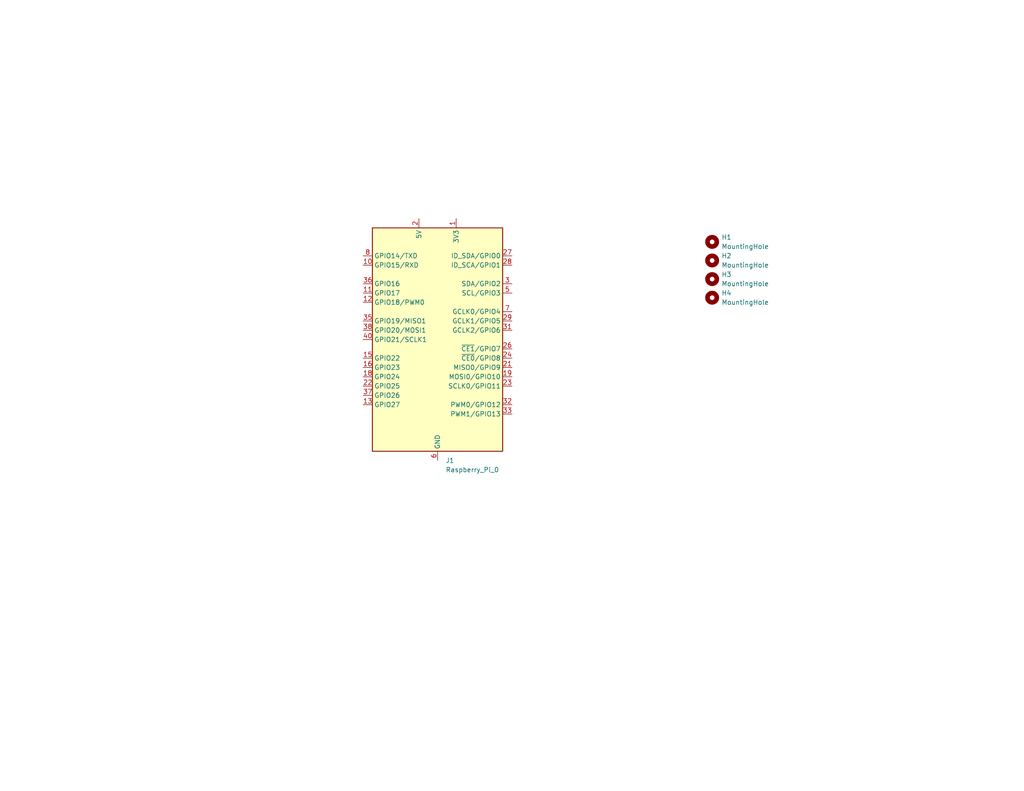
<source format=kicad_sch>
(kicad_sch (version 20231120) (generator "eeschema") (generator_version "8.0")
  (paper "USLetter")
  (title_block (title "Chessboard Hardware 2") (rev "1"))
  (lib_symbols
    (symbol "Mechanical:MountingHole" (pin_names (offset 1.016)) (exclude_from_sim yes) (in_bom no)
      (property "Reference" "H" (at 0 5.08 0))
      (property "Value" "MountingHole" (at 0 3.175 0))
      (symbol "MountingHole_0_1"
        (circle (center 0 0) (radius 1.27) (stroke (width 1.27)))
      )
    )
    (symbol "Project Library:Raspberry_Pi_0"
      (property "Reference" "J" (at -17.78 31.75 0))
      (property "Value" "Raspberry_Pi_0" (at 10.16 -31.75 0))
      (symbol "Raspberry_Pi_0_0_1"
        (rectangle (start -17.78 30.48) (end 17.78 -30.48) (stroke (width 0.254)) (fill (type background)))
      )
      (symbol "Raspberry_Pi_0_1_1"
        (pin power_in line (at 5.08 33.02 270) (length 2.54) (name "3V3") (number "1"))
        (pin bidirectional line (at -20.32 20.32 0) (length 2.54) (name "GPIO15/RXD") (number "10"))
        (pin bidirectional line (at -20.32 12.7 0) (length 2.54) (name "GPIO17") (number "11"))
        (pin bidirectional line (at -20.32 10.16 0) (length 2.54) (name "GPIO18/PWM0") (number "12"))
        (pin bidirectional line (at -20.32 -17.78 0) (length 2.54) (name "GPIO27") (number "13"))
        (pin power_in line (at -7.62 -33.02 90) (length 2.54) hide (name "GND") (number "14"))
        (pin bidirectional line (at -20.32 -5.08 0) (length 2.54) (name "GPIO22") (number "15"))
        (pin bidirectional line (at -20.32 -7.62 0) (length 2.54) (name "GPIO23") (number "16"))
        (pin power_in line (at 7.62 33.02 270) (length 2.54) hide (name "3V3") (number "17"))
        (pin bidirectional line (at -20.32 -10.16 0) (length 2.54) (name "GPIO24") (number "18"))
        (pin bidirectional line (at 20.32 -10.16 180) (length 2.54) (name "MOSI0/GPIO10") (number "19"))
        (pin power_in line (at -5.08 33.02 270) (length 2.54) (name "5V") (number "2"))
        (pin power_in line (at -5.08 -33.02 90) (length 2.54) hide (name "GND") (number "20"))
        (pin bidirectional line (at 20.32 -7.62 180) (length 2.54) (name "MISO0/GPIO9") (number "21"))
        (pin bidirectional line (at -20.32 -12.7 0) (length 2.54) (name "GPIO25") (number "22"))
        (pin bidirectional line (at 20.32 -12.7 180) (length 2.54) (name "SCLK0/GPIO11") (number "23"))
        (pin bidirectional line (at 20.32 -5.08 180) (length 2.54) (name "~{CE0}/GPIO8") (number "24"))
        (pin power_in line (at -2.54 -33.02 90) (length 2.54) hide (name "GND") (number "25"))
        (pin bidirectional line (at 20.32 -2.54 180) (length 2.54) (name "~{CE1}/GPIO7") (number "26"))
        (pin bidirectional line (at 20.32 22.86 180) (length 2.54) (name "ID_SDA/GPIO0") (number "27"))
        (pin bidirectional line (at 20.32 20.32 180) (length 2.54) (name "ID_SCA/GPIO1") (number "28"))
        (pin bidirectional line (at 20.32 5.08 180) (length 2.54) (name "GCLK1/GPIO5") (number "29"))
        (pin bidirectional line (at 20.32 15.24 180) (length 2.54) (name "SDA/GPIO2") (number "3"))
        (pin power_in line (at 2.54 -33.02 90) (length 2.54) hide (name "GND") (number "30"))
        (pin bidirectional line (at 20.32 2.54 180) (length 2.54) (name "GCLK2/GPIO6") (number "31"))
        (pin bidirectional line (at 20.32 -17.78 180) (length 2.54) (name "PWM0/GPIO12") (number "32"))
        (pin bidirectional line (at 20.32 -20.32 180) (length 2.54) (name "PWM1/GPIO13") (number "33"))
        (pin power_in line (at 5.08 -33.02 90) (length 2.54) hide (name "GND") (number "34"))
        (pin bidirectional line (at -20.32 5.08 0) (length 2.54) (name "GPIO19/MISO1") (number "35"))
        (pin bidirectional line (at -20.32 15.24 0) (length 2.54) (name "GPIO16") (number "36"))
        (pin bidirectional line (at -20.32 -15.24 0) (length 2.54) (name "GPIO26") (number "37"))
        (pin bidirectional line (at -20.32 2.54 0) (length 2.54) (name "GPIO20/MOSI1") (number "38"))
        (pin power_in line (at 7.62 -33.02 90) (length 2.54) hide (name "GND") (number "39"))
        (pin power_in line (at -7.62 33.02 270) (length 2.54) hide (name "5V") (number "4"))
        (pin bidirectional line (at -20.32 0 0) (length 2.54) (name "GPIO21/SCLK1") (number "40"))
        (pin bidirectional line (at 20.32 12.7 180) (length 2.54) (name "SCL/GPIO3") (number "5"))
        (pin power_in line (at 0 -33.02 90) (length 2.54) (name "GND") (number "6"))
        (pin bidirectional line (at 20.32 7.62 180) (length 2.54) (name "GCLK0/GPIO4") (number "7"))
        (pin bidirectional line (at -20.32 22.86 0) (length 2.54) (name "GPIO14/TXD") (number "8"))
        (pin power_in line (at -10.16 -33.02 90) (length 2.54) hide (name "GND") (number "9"))
      )
    )
  )
  (symbol (lib_id "Mechanical:MountingHole") (at 194.31 66.04 0) (unit 1) (exclude_from_sim yes) (in_bom no)
    (property "Reference" "H1" (at 196.85 64.7699 0) (effects (justify left)))
    (property "Value" "MountingHole" (at 196.85 67.3099 0) (effects (justify left)))
    (property "Footprint" "MountingHole:MountingHole_2.7mm_M2.5" (effects (hide yes)))
    (property "Description" "Mounting Hole without connection" (effects (hide yes)))
  )
  (symbol (lib_id "Mechanical:MountingHole") (at 194.31 81.28 0) (unit 1) (exclude_from_sim yes) (in_bom no)
    (property "Reference" "H4" (at 196.85 80.0099 0) (effects (justify left)))
    (property "Value" "MountingHole" (at 196.85 82.5499 0) (effects (justify left)))
    (property "Footprint" "MountingHole:MountingHole_2.7mm_M2.5" (effects (hide yes)))
    (property "Description" "Mounting Hole without connection" (effects (hide yes)))
  )
  (symbol (lib_id "Project Library:Raspberry_Pi_0") (at 119.38 92.71 0) (unit 1)
    (property "Reference" "J1" (at 121.5741 125.73 0) (effects (justify left)))
    (property "Value" "Raspberry_Pi_0" (at 121.5741 128.27 0) (effects (justify left)))
    (property "Footprint" "Project Library:Raspberry_Pi_Zero_Socketed_THT_FaceDown_MountingHoles" (effects (hide yes)))
    (property "Description" "Expansion header for Raspberry Pi 0" (effects (hide yes)))
  )
  (symbol (lib_id "Mechanical:MountingHole") (at 194.31 76.2 0) (unit 1) (exclude_from_sim yes) (in_bom no)
    (property "Reference" "H3" (at 196.85 74.9299 0) (effects (justify left)))
    (property "Value" "MountingHole" (at 196.85 77.4699 0) (effects (justify left)))
    (property "Footprint" "MountingHole:MountingHole_2.7mm_M2.5" (effects (hide yes)))
    (property "Description" "Mounting Hole without connection" (effects (hide yes)))
  )
  (symbol (lib_id "Mechanical:MountingHole") (at 194.31 71.12 0) (unit 1) (exclude_from_sim yes) (in_bom no)
    (property "Reference" "H2" (at 196.85 69.8499 0) (effects (justify left)))
    (property "Value" "MountingHole" (at 196.85 72.3899 0) (effects (justify left)))
    (property "Footprint" "MountingHole:MountingHole_2.7mm_M2.5" (effects (hide yes)))
    (property "Description" "Mounting Hole without connection" (effects (hide yes)))
  )
)
</source>
